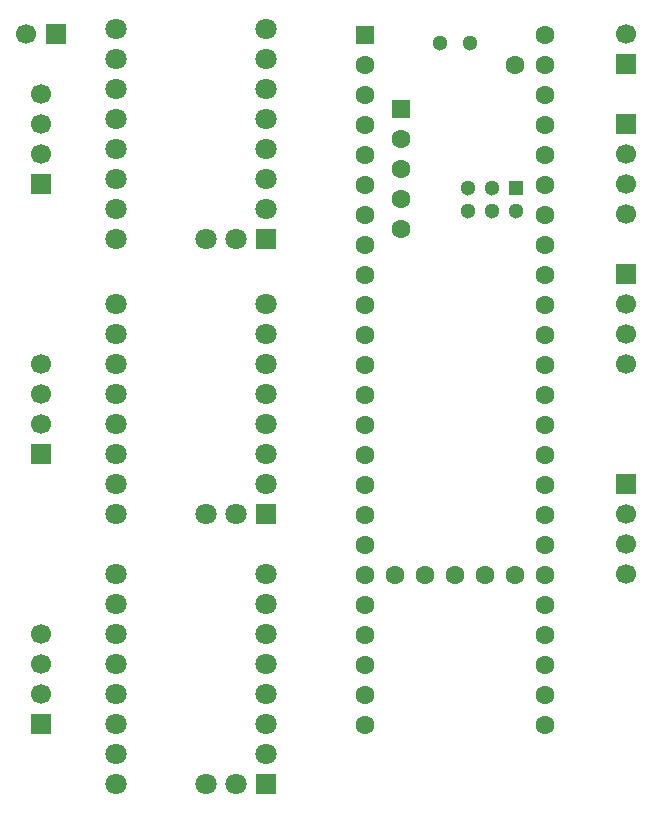
<source format=gbr>
%TF.GenerationSoftware,KiCad,Pcbnew,9.0.2*%
%TF.CreationDate,2025-07-16T11:30:41+01:00*%
%TF.ProjectId,High Tech Fidget Spinner,48696768-2054-4656-9368-204669646765,rev?*%
%TF.SameCoordinates,Original*%
%TF.FileFunction,Soldermask,Top*%
%TF.FilePolarity,Negative*%
%FSLAX46Y46*%
G04 Gerber Fmt 4.6, Leading zero omitted, Abs format (unit mm)*
G04 Created by KiCad (PCBNEW 9.0.2) date 2025-07-16 11:30:41*
%MOMM*%
%LPD*%
G01*
G04 APERTURE LIST*
%ADD10C,1.700000*%
%ADD11R,1.700000X1.700000*%
%ADD12C,1.800000*%
%ADD13R,1.800000X1.800000*%
%ADD14C,1.600000*%
%ADD15R,1.600000X1.600000*%
%ADD16R,1.300000X1.300000*%
%ADD17C,1.300000*%
G04 APERTURE END LIST*
D10*
%TO.C,J5*%
X36830000Y-34290000D03*
X36830000Y-36830000D03*
X36830000Y-39370000D03*
D11*
X36830000Y-41910000D03*
%TD*%
D12*
%TO.C,U4*%
X43180000Y-38989000D03*
X43180000Y-41529000D03*
X43180000Y-36449000D03*
X43180000Y-33909000D03*
X55880000Y-33909000D03*
X50800000Y-46609000D03*
X55880000Y-28829000D03*
D13*
X55880000Y-46609000D03*
D12*
X43180000Y-44069000D03*
X43180000Y-28829000D03*
X53340000Y-46609000D03*
X55880000Y-44069000D03*
X55880000Y-41529000D03*
X55880000Y-38989000D03*
X55880000Y-31369000D03*
X55880000Y-36449000D03*
X43180000Y-31369000D03*
X43180000Y-46609000D03*
%TD*%
%TO.C,U3*%
X43180000Y-62230000D03*
X43180000Y-64770000D03*
X43180000Y-59690000D03*
X43180000Y-57150000D03*
X55880000Y-57150000D03*
X50800000Y-69850000D03*
X55880000Y-52070000D03*
D13*
X55880000Y-69850000D03*
D12*
X43180000Y-67310000D03*
X43180000Y-52070000D03*
X53340000Y-69850000D03*
X55880000Y-67310000D03*
X55880000Y-64770000D03*
X55880000Y-62230000D03*
X55880000Y-54610000D03*
X55880000Y-59690000D03*
X43180000Y-54610000D03*
X43180000Y-69850000D03*
%TD*%
%TO.C,U2*%
X43180000Y-85090000D03*
X43180000Y-87630000D03*
X43180000Y-82550000D03*
X43180000Y-80010000D03*
X55880000Y-80010000D03*
X50800000Y-92710000D03*
X55880000Y-74930000D03*
D13*
X55880000Y-92710000D03*
D12*
X43180000Y-90170000D03*
X43180000Y-74930000D03*
X53340000Y-92710000D03*
X55880000Y-90170000D03*
X55880000Y-87630000D03*
X55880000Y-85090000D03*
X55880000Y-77470000D03*
X55880000Y-82550000D03*
X43180000Y-77470000D03*
X43180000Y-92710000D03*
%TD*%
D14*
%TO.C,U1*%
X76959200Y-31800800D03*
X67310000Y-45720000D03*
X67310000Y-43180000D03*
X67310000Y-40640000D03*
X67310000Y-38100000D03*
D15*
X67310000Y-35560000D03*
D14*
X79499200Y-29260800D03*
X79499200Y-31800800D03*
X79499200Y-34340800D03*
X79499200Y-36880800D03*
X79499200Y-39420800D03*
X79499200Y-41960800D03*
X79499200Y-44500800D03*
X79499200Y-47040800D03*
X79499200Y-49580800D03*
X79499200Y-52120800D03*
X79499200Y-54660800D03*
X79499200Y-57200800D03*
X79499200Y-59740800D03*
X79499200Y-62280800D03*
D15*
X64259200Y-29260800D03*
D14*
X64259200Y-31800800D03*
X64259200Y-34340800D03*
X64259200Y-36880800D03*
X64259200Y-39420800D03*
X64259200Y-41960800D03*
X64259200Y-44500800D03*
X64259200Y-47040800D03*
X64259200Y-49580800D03*
X64259200Y-52120800D03*
X64259200Y-54660800D03*
X64259200Y-57200800D03*
X64259200Y-59740800D03*
X79499200Y-64820800D03*
X79499200Y-67360800D03*
X79499200Y-69900800D03*
X79499200Y-72440800D03*
X79499200Y-74980800D03*
X79499200Y-77520800D03*
X79499200Y-80060800D03*
X79499200Y-82600800D03*
X79499200Y-85140800D03*
X79499200Y-87680800D03*
X64259200Y-87680800D03*
X64259200Y-85140800D03*
X64259200Y-82600800D03*
X64259200Y-80060800D03*
X64259200Y-62280800D03*
X64259200Y-64820800D03*
X64259200Y-67360800D03*
X64259200Y-77520800D03*
X64259200Y-74980800D03*
X64259200Y-72440800D03*
X64259200Y-69900800D03*
D16*
X77060800Y-42230800D03*
D17*
X77060800Y-44230800D03*
X75060800Y-42230800D03*
X75060800Y-44230800D03*
X73060800Y-44230800D03*
X73060800Y-42230800D03*
D14*
X66799200Y-74980800D03*
X69339200Y-74980800D03*
X71879200Y-74980800D03*
X74419200Y-74980800D03*
X76959200Y-74980800D03*
D17*
X70609200Y-29990800D03*
X73149200Y-29990800D03*
%TD*%
D11*
%TO.C,J8*%
X86360000Y-67310000D03*
D10*
X86360000Y-69850000D03*
X86360000Y-72390000D03*
X86360000Y-74930000D03*
%TD*%
D11*
%TO.C,J7*%
X86360000Y-49530000D03*
D10*
X86360000Y-52070000D03*
X86360000Y-54610000D03*
X86360000Y-57150000D03*
%TD*%
D11*
%TO.C,J6*%
X86360000Y-36830000D03*
D10*
X86360000Y-39370000D03*
X86360000Y-41910000D03*
X86360000Y-44450000D03*
%TD*%
D11*
%TO.C,J4*%
X36830000Y-64770000D03*
D10*
X36830000Y-62230000D03*
X36830000Y-59690000D03*
X36830000Y-57150000D03*
%TD*%
D11*
%TO.C,J3*%
X36830000Y-87630000D03*
D10*
X36830000Y-85090000D03*
X36830000Y-82550000D03*
X36830000Y-80010000D03*
%TD*%
D11*
%TO.C,J2*%
X86360000Y-31750000D03*
D10*
X86360000Y-29210000D03*
%TD*%
D11*
%TO.C,J1*%
X38100000Y-29210000D03*
D10*
X35560000Y-29210000D03*
%TD*%
M02*

</source>
